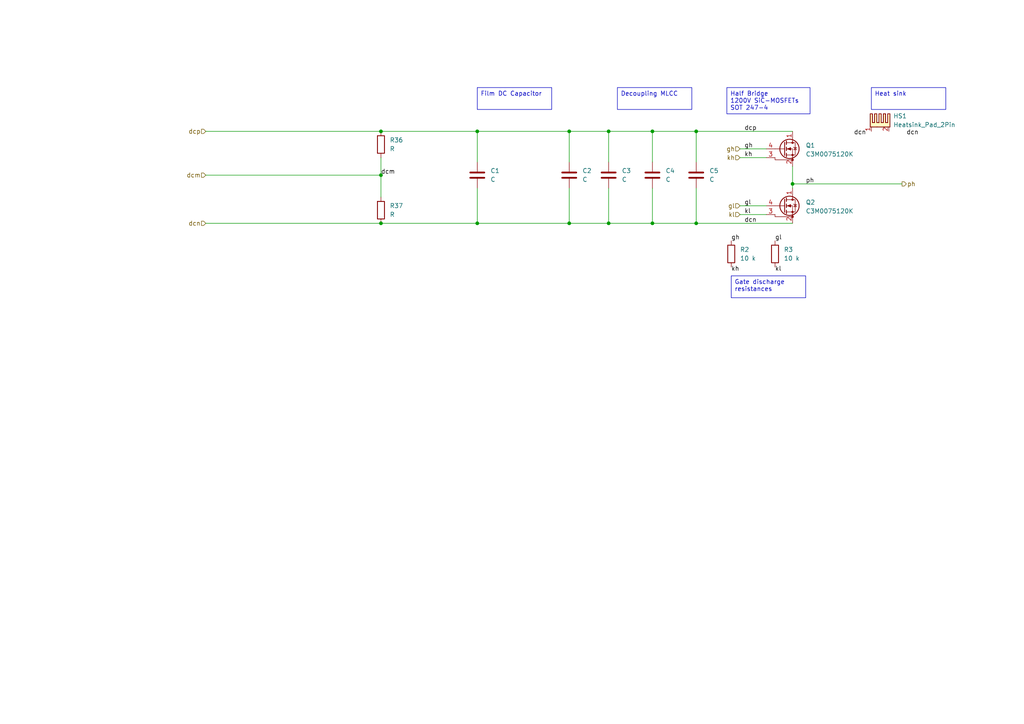
<source format=kicad_sch>
(kicad_sch (version 20231120) (generator "eeschema") (generator_version "8.0")
  (paper "A4")
  (title_block (title "Power stage (Half Bridge)") (rev "1"))
  (lib_symbols
    (symbol "Device:C" (pin_numbers hide) (pin_names (offset 0.254))
      (property "Reference" "C" (at 0.635 2.54 0))
      (property "Value" "C" (at 0.635 -2.54 0))
      (symbol "C_0_1"
        (polyline (pts (xy -2.032 -0.762) (xy 2.032 -0.762)) (stroke (width 0.508)))
        (polyline (pts (xy -2.032 0.762) (xy 2.032 0.762)) (stroke (width 0.508)))
      )
      (symbol "C_1_1"
        (pin passive line (at 0 3.81 270) (length 2.794) (name "~") (number "1"))
        (pin passive line (at 0 -3.81 90) (length 2.794) (name "~") (number "2"))
      )
    )
    (symbol "Device:R" (pin_numbers hide) (pin_names (offset 0))
      (property "Reference" "R" (at 2.032 0 90))
      (property "Value" "R" (at 0 0 90))
      (symbol "R_0_1"
        (rectangle (start -1.016 -2.54) (end 1.016 2.54) (stroke (width 0.254)))
      )
      (symbol "R_1_1"
        (pin passive line (at 0 3.81 270) (length 1.27) (name "~") (number "1"))
        (pin passive line (at 0 -3.81 90) (length 1.27) (name "~") (number "2"))
      )
    )
    (symbol "Mechanical:Heatsink_Pad_2Pin" (pin_names (offset 0)) (exclude_from_sim yes)
      (property "Reference" "HS" (at 0 5.715 0))
      (property "Value" "Heatsink_Pad_2Pin" (at 0 3.81 0))
      (symbol "Heatsink_Pad_2Pin_0_1"
        (polyline (pts (xy -0.3302 0) (xy -0.9652 0) (xy -0.9652 2.54) (xy -1.6002 2.54) (xy -1.6002 0) (xy -2.2352 0) (xy -2.2352 2.54) (xy -2.8702 2.54) (xy -2.8702 -1.27) (xy -0.9652 -1.27)) (stroke (width 0.254)) (fill (type background)))
        (polyline (pts (xy -0.3302 0) (xy -0.3302 2.54) (xy 0.3048 2.54) (xy 0.3048 0) (xy 0.9398 0) (xy 0.9398 2.54) (xy 1.5748 2.54) (xy 1.5748 0) (xy 2.2098 0) (xy 2.2098 2.54) (xy 2.8448 2.54) (xy 2.8448 -1.27) (xy -0.9652 -1.27)) (stroke (width 0.254)) (fill (type background)))
      )
      (symbol "Heatsink_Pad_2Pin_1_1"
        (pin passive line (at -2.54 -2.54 90) (length 1.27) (name "~") (number "1"))
        (pin passive line (at 2.54 -2.54 90) (length 1.27) (name "~") (number "2"))
      )
    )
    (symbol "Transistor_FET:C3M0075120K" (pin_names hide)
      (property "Reference" "Q" (at 5.08 1.905 0))
      (property "Value" "C3M0075120K" (at 5.08 0 0))
      (symbol "C3M0075120K_0_1"
        (polyline (pts (xy 0.254 0) (xy -2.54 0)))
        (polyline (pts (xy 0.254 1.905) (xy 0.254 -1.905)) (stroke (width 0.254)))
        (polyline (pts (xy 0.762 -1.27) (xy 0.762 -2.286)) (stroke (width 0.254)))
        (polyline (pts (xy 0.762 0.508) (xy 0.762 -0.508)) (stroke (width 0.254)))
        (polyline (pts (xy 0.762 2.286) (xy 0.762 1.27)) (stroke (width 0.254)))
        (polyline (pts (xy 2.54 2.54) (xy 2.54 1.778)))
        (polyline (pts (xy -2.54 -2.54) (xy -2.54 -3.175) (xy 2.54 -3.175)))
        (polyline (pts (xy 2.54 -2.54) (xy 2.54 0) (xy 0.762 0)))
        (polyline (pts (xy 0.762 -1.778) (xy 3.302 -1.778) (xy 3.302 1.778) (xy 0.762 1.778)))
        (polyline (pts (xy 1.016 0) (xy 2.032 0.381) (xy 2.032 -0.381) (xy 1.016 0)) (fill (type outline)))
        (polyline (pts (xy 2.794 0.508) (xy 2.921 0.381) (xy 3.683 0.381) (xy 3.81 0.254)))
        (polyline (pts (xy 3.302 0.381) (xy 2.921 -0.254) (xy 3.683 -0.254) (xy 3.302 0.381)))
        (circle (center 1.651 0) (radius 2.794) (stroke (width 0.254)))
        (circle (center 2.54 -3.175) (radius 0.2794) (fill (type outline)))
        (circle (center 2.54 -1.778) (radius 0.254) (fill (type outline)))
        (circle (center 2.54 1.778) (radius 0.254) (fill (type outline)))
      )
      (symbol "C3M0075120K_1_1"
        (pin passive line (at 2.54 5.08 270) (length 2.54) (name "D") (number "1"))
        (pin passive line (at 2.54 -5.08 90) (length 2.54) (name "S") (number "2"))
        (pin passive line (at -5.08 -2.54 0) (length 2.54) (name "DS") (number "3"))
        (pin input line (at -5.08 0 0) (length 2.54) (name "G") (number "4"))
      )
    )
  )
  (junction (at 110.49 50.8))
  (junction (at 189.23 38.1))
  (junction (at 110.49 64.77))
  (junction (at 176.53 64.77))
  (junction (at 176.53 38.1))
  (junction (at 201.93 38.1))
  (junction (at 201.93 64.77))
  (junction (at 110.49 38.1))
  (junction (at 138.43 64.77))
  (junction (at 138.43 38.1))
  (junction (at 189.23 64.77))
  (junction (at 165.1 38.1))
  (junction (at 165.1 64.77))
  (junction (at 229.87 53.34))
  (wire (pts (xy 165.1 54.61) (xy 165.1 64.77)))
  (wire (pts (xy 229.87 48.26) (xy 229.87 53.34)))
  (wire (pts (xy 201.93 64.77) (xy 229.87 64.77)))
  (wire (pts (xy 110.49 50.8) (xy 110.49 57.15)))
  (wire (pts (xy 110.49 45.72) (xy 110.49 50.8)))
  (wire (pts (xy 59.69 64.77) (xy 110.49 64.77)))
  (wire (pts (xy 176.53 38.1) (xy 176.53 46.99)))
  (wire (pts (xy 189.23 38.1) (xy 189.23 46.99)))
  (wire (pts (xy 165.1 38.1) (xy 176.53 38.1)))
  (wire (pts (xy 229.87 53.34) (xy 261.62 53.34)))
  (wire (pts (xy 189.23 64.77) (xy 201.93 64.77)))
  (wire (pts (xy 189.23 54.61) (xy 189.23 64.77)))
  (wire (pts (xy 138.43 54.61) (xy 138.43 64.77)))
  (wire (pts (xy 229.87 53.34) (xy 229.87 54.61)))
  (wire (pts (xy 59.69 38.1) (xy 110.49 38.1)))
  (wire (pts (xy 165.1 64.77) (xy 176.53 64.77)))
  (wire (pts (xy 214.63 43.18) (xy 222.25 43.18)))
  (wire (pts (xy 201.93 54.61) (xy 201.93 64.77)))
  (wire (pts (xy 201.93 38.1) (xy 229.87 38.1)))
  (wire (pts (xy 214.63 59.69) (xy 222.25 59.69)))
  (wire (pts (xy 214.63 45.72) (xy 222.25 45.72)))
  (wire (pts (xy 176.53 54.61) (xy 176.53 64.77)))
  (wire (pts (xy 110.49 64.77) (xy 138.43 64.77)))
  (wire (pts (xy 59.69 50.8) (xy 110.49 50.8)))
  (wire (pts (xy 138.43 38.1) (xy 138.43 46.99)))
  (wire (pts (xy 176.53 38.1) (xy 189.23 38.1)))
  (wire (pts (xy 201.93 38.1) (xy 201.93 46.99)))
  (wire (pts (xy 176.53 64.77) (xy 189.23 64.77)))
  (wire (pts (xy 110.49 38.1) (xy 138.43 38.1)))
  (wire (pts (xy 165.1 38.1) (xy 165.1 46.99)))
  (wire (pts (xy 214.63 62.23) (xy 222.25 62.23)))
  (wire (pts (xy 138.43 64.77) (xy 165.1 64.77)))
  (wire (pts (xy 138.43 38.1) (xy 165.1 38.1)))
  (wire (pts (xy 189.23 38.1) (xy 201.93 38.1)))
  (text_box "Half Bridge\n1200V SiC-MOSFETs\nSOT 247-4" (at 210.82 25.4 0) (size 24.13 7.62) (effects (font (size 1.27 1.27)) (justify left top)))
  (text_box "Gate discharge resistances" (at 212.09 80.01 0) (size 21.59 6.35) (effects (font (size 1.27 1.27)) (justify left top)))
  (text_box "Heat sink" (at 252.73 25.4 0) (size 21.59 6.35) (effects (font (size 1.27 1.27)) (justify left top)))
  (text_box "Decoupling MLCC" (at 179.07 25.4 0) (size 21.59 6.35) (effects (font (size 1.27 1.27)) (justify left top)))
  (text_box "Film DC Capacitor" (at 138.43 25.4 0) (size 21.59 6.35) (effects (font (size 1.27 1.27)) (justify left top)))
  (label "ph" (at 233.68 53.34 0))
  (label "dcn" (at 247.65 39.37 0))
  (label "kl" (at 224.79 77.47 0))
  (label "kl" (at 215.9 62.23 0))
  (label "dcm" (at 110.49 50.8 0))
  (label "dcn" (at 215.9 64.77 0))
  (label "dcn" (at 262.89 39.37 0))
  (label "dcp" (at 215.9 38.1 0))
  (label "gh" (at 215.9 43.18 0))
  (label "gh" (at 212.09 69.85 0))
  (label "kh" (at 212.09 77.47 0))
  (label "kh" (at 215.9 45.72 0))
  (label "gl" (at 224.79 69.85 0))
  (label "gl" (at 215.9 59.69 0))
  (hierarchical_label "ph" (shape output) (at 261.62 53.34 0))
  (hierarchical_label "gl" (shape input) (at 214.63 59.69 180))
  (hierarchical_label "dcn" (shape input) (at 59.69 64.77 180))
  (hierarchical_label "dcm" (shape input) (at 59.69 50.8 180))
  (hierarchical_label "gh" (shape input) (at 214.63 43.18 180))
  (hierarchical_label "dcp" (shape input) (at 59.69 38.1 180))
  (hierarchical_label "kl" (shape input) (at 214.63 62.23 180))
  (hierarchical_label "kh" (shape input) (at 214.63 45.72 180))
  (symbol (lib_id "Transistor_FET:C3M0075120K") (at 227.33 59.69 0) (unit 1)
    (property "Reference" "Q2" (at 233.68 58.6866 0) (effects (justify left)))
    (property "Value" "C3M0075120K" (at 233.68 61.2266 0) (effects (justify left)))
    (property "Footprint" "Package_TO_SOT_THT:TO-247-4_Vertical" (effects (hide yes)))
    (property "Datasheet" "https://www.wolfspeed.com/media/downloads/959/c3m0075120k.pdf" (effects (hide yes)))
    (property "Description" "30A Id, 1200V Vds, 75mOhm, N-Channel SiC MOSFET, TO-247-4" (effects (hide yes)))
  )
  (symbol (lib_id "Mechanical:Heatsink_Pad_2Pin") (at 255.27 35.56 0) (unit 1) (exclude_from_sim yes)
    (property "Reference" "HS1" (at 259.08 33.6549 0) (effects (justify left)))
    (property "Value" "Heatsink_Pad_2Pin" (at 259.08 36.1949 0) (effects (justify left)))
    (property "Footprint" "My_Heatsink:Heatsink_Fischer_SK687_50" (effects (hide yes)))
    (property "Description" "Heatsink with electrical connection, 2 pin" (effects (hide yes)))
    (property "Manufacturer Part Number" "SK 687 50 SA" (effects (hide yes)))
  )
  (symbol (lib_id "Device:C") (at 176.53 50.8 0) (unit 1)
    (property "Reference" "C3" (at 180.34 49.5299 0) (effects (justify left)))
    (property "Value" "C" (at 180.34 52.0699 0) (effects (justify left)))
    (property "Footprint" "Capacitor_SMD:C_2220_5750Metric_Pad1.97x5.40mm_HandSolder" (effects (hide yes)))
    (property "Description" "Unpolarized capacitor" (effects (hide yes)))
  )
  (symbol (lib_id "Device:R") (at 224.79 73.66 0) (unit 1)
    (property "Reference" "R3" (at 227.33 72.3899 0) (effects (justify left)))
    (property "Value" "10 k" (at 227.33 74.9299 0) (effects (justify left)))
    (property "Footprint" "Resistor_SMD:R_0805_2012Metric_Pad1.20x1.40mm_HandSolder" (effects (hide yes)))
    (property "Description" "Resistor" (effects (hide yes)))
  )
  (symbol (lib_id "Device:R") (at 212.09 73.66 0) (unit 1)
    (property "Reference" "R2" (at 214.63 72.3899 0) (effects (justify left)))
    (property "Value" "10 k" (at 214.63 74.9299 0) (effects (justify left)))
    (property "Footprint" "Resistor_SMD:R_0805_2012Metric_Pad1.20x1.40mm_HandSolder" (effects (hide yes)))
    (property "Description" "Resistor" (effects (hide yes)))
  )
  (symbol (lib_id "Transistor_FET:C3M0075120K") (at 227.33 43.18 0) (unit 1)
    (property "Reference" "Q1" (at 233.68 42.1766 0) (effects (justify left)))
    (property "Value" "C3M0075120K" (at 233.68 44.7166 0) (effects (justify left)))
    (property "Footprint" "Package_TO_SOT_THT:TO-247-4_Vertical" (effects (hide yes)))
    (property "Datasheet" "https://www.wolfspeed.com/media/downloads/959/c3m0075120k.pdf" (effects (hide yes)))
    (property "Description" "30A Id, 1200V Vds, 75mOhm, N-Channel SiC MOSFET, TO-247-4" (effects (hide yes)))
  )
  (symbol (lib_id "Device:C") (at 189.23 50.8 0) (unit 1)
    (property "Reference" "C4" (at 193.04 49.5299 0) (effects (justify left)))
    (property "Value" "C" (at 193.04 52.0699 0) (effects (justify left)))
    (property "Footprint" "Capacitor_SMD:C_2220_5750Metric_Pad1.97x5.40mm_HandSolder" (effects (hide yes)))
    (property "Description" "Unpolarized capacitor" (effects (hide yes)))
  )
  (symbol (lib_id "Device:C") (at 165.1 50.8 0) (unit 1)
    (property "Reference" "C2" (at 168.91 49.5299 0) (effects (justify left)))
    (property "Value" "C" (at 168.91 52.0699 0) (effects (justify left)))
    (property "Footprint" "Capacitor_SMD:C_2220_5750Metric_Pad1.97x5.40mm_HandSolder" (effects (hide yes)))
    (property "Description" "Unpolarized capacitor" (effects (hide yes)))
  )
  (symbol (lib_id "Device:C") (at 138.43 50.8 0) (unit 1)
    (property "Reference" "C1" (at 142.24 49.5299 0) (effects (justify left)))
    (property "Value" "C" (at 142.24 52.0699 0) (effects (justify left)))
    (property "Footprint" "My_Capacitor_THT:C_Rect_L42.0mm_W20.0mm_PW37.50mm_PL10.2mm_C4AU" (effects (hide yes)))
    (property "Description" "Unpolarized capacitor" (effects (hide yes)))
    (property "Manufacturer Part Number" "C4AUNBW5100M3FJ" (effects (hide yes)))
  )
  (symbol (lib_id "Device:R") (at 110.49 60.96 0) (unit 1)
    (property "Reference" "R37" (at 113.03 59.6899 0) (effects (justify left)))
    (property "Value" "R" (at 113.03 62.2299 0) (effects (justify left)))
    (property "Footprint" "Resistor_THT:R_Axial_DIN0411_L9.9mm_D3.6mm_P25.40mm_Horizontal" (effects (hide yes)))
    (property "Description" "Resistor" (effects (hide yes)))
  )
  (symbol (lib_id "Device:C") (at 201.93 50.8 0) (unit 1)
    (property "Reference" "C5" (at 205.74 49.5299 0) (effects (justify left)))
    (property "Value" "C" (at 205.74 52.0699 0) (effects (justify left)))
    (property "Footprint" "Capacitor_SMD:C_2220_5750Metric_Pad1.97x5.40mm_HandSolder" (effects (hide yes)))
    (property "Description" "Unpolarized capacitor" (effects (hide yes)))
  )
  (symbol (lib_id "Device:R") (at 110.49 41.91 0) (unit 1)
    (property "Reference" "R36" (at 113.03 40.6399 0) (effects (justify left)))
    (property "Value" "R" (at 113.03 43.1799 0) (effects (justify left)))
    (property "Footprint" "Resistor_THT:R_Axial_DIN0411_L9.9mm_D3.6mm_P25.40mm_Horizontal" (effects (hide yes)))
    (property "Description" "Resistor" (effects (hide yes)))
  )
)
</source>
